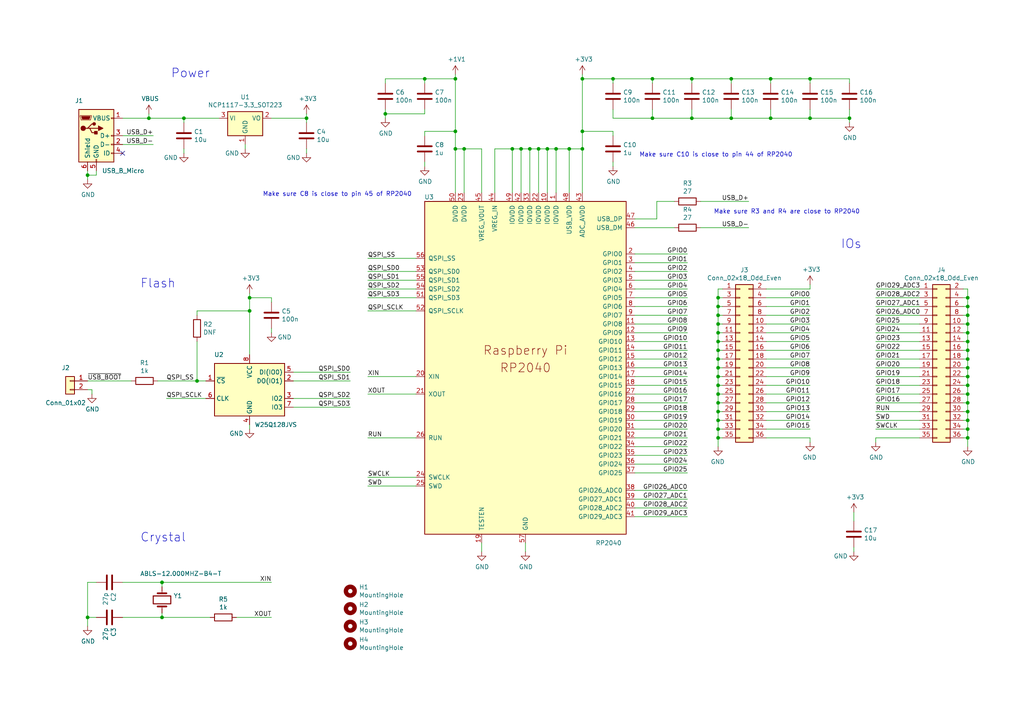
<source format=kicad_sch>
(kicad_sch (version 20230121) (generator eeschema)
  (paper "A4")
  (title_block (title "ECE406 Pressure Mat Interface PCB") (company "https://github.com/yoctometric/pressure-mat"))
  (lib_symbols
    (symbol "Connector_Generic:Conn_01x02" (pin_names (offset 1.016) hide)
      (property "Reference" "J" (at 0 2.54 0))
      (property "Value" "Conn_01x02" (at 0 -5.08 0))
      (symbol "Conn_01x02_1_1"
        (pin passive line (at -5.08 0 0) (length 3.81) (name "Pin_1") (number "1"))
        (pin passive line (at -5.08 -2.54 0) (length 3.81) (name "Pin_2") (number "2"))
      )
    )
    (symbol "Connector_Generic:Conn_02x18_Odd_Even" (pin_names (offset 1.016) hide)
      (property "Reference" "J" (at 1.27 22.86 0))
      (property "Value" "Conn_02x18_Odd_Even" (at 1.27 -25.4 0))
      (symbol "Conn_02x18_Odd_Even_1_1"
        (pin passive line (at -5.08 20.32 0) (length 3.81) (name "Pin_1") (number "1"))
        (pin passive line (at 7.62 10.16 180) (length 3.81) (name "Pin_10") (number "10"))
        (pin passive line (at -5.08 7.62 0) (length 3.81) (name "Pin_11") (number "11"))
        (pin passive line (at 7.62 7.62 180) (length 3.81) (name "Pin_12") (number "12"))
        (pin passive line (at -5.08 5.08 0) (length 3.81) (name "Pin_13") (number "13"))
        (pin passive line (at 7.62 5.08 180) (length 3.81) (name "Pin_14") (number "14"))
        (pin passive line (at -5.08 2.54 0) (length 3.81) (name "Pin_15") (number "15"))
        (pin passive line (at 7.62 2.54 180) (length 3.81) (name "Pin_16") (number "16"))
        (pin passive line (at -5.08 0 0) (length 3.81) (name "Pin_17") (number "17"))
        (pin passive line (at 7.62 0 180) (length 3.81) (name "Pin_18") (number "18"))
        (pin passive line (at -5.08 -2.54 0) (length 3.81) (name "Pin_19") (number "19"))
        (pin passive line (at 7.62 20.32 180) (length 3.81) (name "Pin_2") (number "2"))
        (pin passive line (at 7.62 -2.54 180) (length 3.81) (name "Pin_20") (number "20"))
        (pin passive line (at -5.08 -5.08 0) (length 3.81) (name "Pin_21") (number "21"))
        (pin passive line (at 7.62 -5.08 180) (length 3.81) (name "Pin_22") (number "22"))
        (pin passive line (at -5.08 -7.62 0) (length 3.81) (name "Pin_23") (number "23"))
        (pin passive line (at 7.62 -7.62 180) (length 3.81) (name "Pin_24") (number "24"))
        (pin passive line (at -5.08 -10.16 0) (length 3.81) (name "Pin_25") (number "25"))
        (pin passive line (at 7.62 -10.16 180) (length 3.81) (name "Pin_26") (number "26"))
        (pin passive line (at -5.08 -12.7 0) (length 3.81) (name "Pin_27") (number "27"))
        (pin passive line (at 7.62 -12.7 180) (length 3.81) (name "Pin_28") (number "28"))
        (pin passive line (at -5.08 -15.24 0) (length 3.81) (name "Pin_29") (number "29"))
        (pin passive line (at -5.08 17.78 0) (length 3.81) (name "Pin_3") (number "3"))
        (pin passive line (at 7.62 -15.24 180) (length 3.81) (name "Pin_30") (number "30"))
        (pin passive line (at -5.08 -17.78 0) (length 3.81) (name "Pin_31") (number "31"))
        (pin passive line (at 7.62 -17.78 180) (length 3.81) (name "Pin_32") (number "32"))
        (pin passive line (at -5.08 -20.32 0) (length 3.81) (name "Pin_33") (number "33"))
        (pin passive line (at 7.62 -20.32 180) (length 3.81) (name "Pin_34") (number "34"))
        (pin passive line (at -5.08 -22.86 0) (length 3.81) (name "Pin_35") (number "35"))
        (pin passive line (at 7.62 -22.86 180) (length 3.81) (name "Pin_36") (number "36"))
        (pin passive line (at 7.62 17.78 180) (length 3.81) (name "Pin_4") (number "4"))
        (pin passive line (at -5.08 15.24 0) (length 3.81) (name "Pin_5") (number "5"))
        (pin passive line (at 7.62 15.24 180) (length 3.81) (name "Pin_6") (number "6"))
        (pin passive line (at -5.08 12.7 0) (length 3.81) (name "Pin_7") (number "7"))
        (pin passive line (at 7.62 12.7 180) (length 3.81) (name "Pin_8") (number "8"))
        (pin passive line (at -5.08 10.16 0) (length 3.81) (name "Pin_9") (number "9"))
      )
    )
    (symbol "Device:C" (pin_numbers hide) (pin_names (offset 0.254))
      (property "Reference" "C" (at 0.635 2.54 0))
      (property "Value" "C" (at 0.635 -2.54 0))
      (symbol "C_1_1"
        (pin passive line (at 0 3.81 270) (length 2.794) (name "~") (number "1"))
        (pin passive line (at 0 -3.81 90) (length 2.794) (name "~") (number "2"))
      )
    )
    (symbol "Device:Crystal" (pin_numbers hide) (pin_names (offset 1.016) hide)
      (property "Reference" "Y" (at 0 3.81 0))
      (property "Value" "Crystal" (at 0 -3.81 0))
      (symbol "Crystal_1_1"
        (pin passive line (at -3.81 0 0) (length 1.27) (name "1") (number "1"))
        (pin passive line (at 3.81 0 180) (length 1.27) (name "2") (number "2"))
      )
    )
    (symbol "Device:R" (pin_numbers hide) (pin_names (offset 0))
      (property "Reference" "R" (at 2.032 0 90))
      (property "Value" "R" (at 0 0 90))
      (symbol "R_1_1"
        (pin passive line (at 0 3.81 270) (length 1.27) (name "~") (number "1"))
        (pin passive line (at 0 -3.81 90) (length 1.27) (name "~") (number "2"))
      )
    )
    (symbol "MCU_RaspberryPi_RP2040:RP2040" (pin_names (offset 1.016))
      (property "Reference" "U" (at -29.21 49.53 0))
      (property "Value" "RP2040" (at 24.13 -49.53 0))
      (symbol "RP2040_0_0"
        (text "Raspberry Pi" (at 0 5.08 0) (effects (font (size 2.54 2.54))))
        (text "RP2040" (at 0 0 0) (effects (font (size 2.54 2.54))))
      )
      (symbol "RP2040_1_1"
        (pin power_in line (at 8.89 50.8 270) (length 2.54) (name "IOVDD") (number "1"))
        (pin power_in line (at 6.35 50.8 270) (length 2.54) (name "IOVDD") (number "10"))
        (pin bidirectional line (at 31.75 12.7 180) (length 2.54) (name "GPIO8") (number "11"))
        (pin bidirectional line (at 31.75 10.16 180) (length 2.54) (name "GPIO9") (number "12"))
        (pin bidirectional line (at 31.75 7.62 180) (length 2.54) (name "GPIO10") (number "13"))
        (pin bidirectional line (at 31.75 5.08 180) (length 2.54) (name "GPIO11") (number "14"))
        (pin bidirectional line (at 31.75 2.54 180) (length 2.54) (name "GPIO12") (number "15"))
        (pin bidirectional line (at 31.75 0 180) (length 2.54) (name "GPIO13") (number "16"))
        (pin bidirectional line (at 31.75 -2.54 180) (length 2.54) (name "GPIO14") (number "17"))
        (pin bidirectional line (at 31.75 -5.08 180) (length 2.54) (name "GPIO15") (number "18"))
        (pin passive line (at -12.7 -50.8 90) (length 2.54) (name "TESTEN") (number "19"))
        (pin bidirectional line (at 31.75 33.02 180) (length 2.54) (name "GPIO0") (number "2"))
        (pin input line (at -31.75 -2.54 0) (length 2.54) (name "XIN") (number "20"))
        (pin passive line (at -31.75 -7.62 0) (length 2.54) (name "XOUT") (number "21"))
        (pin power_in line (at 3.81 50.8 270) (length 2.54) (name "IOVDD") (number "22"))
        (pin power_in line (at -17.78 50.8 270) (length 2.54) (name "DVDD") (number "23"))
        (pin output line (at -31.75 -31.75 0) (length 2.54) (name "SWCLK") (number "24"))
        (pin bidirectional line (at -31.75 -34.29 0) (length 2.54) (name "SWD") (number "25"))
        (pin input line (at -31.75 -20.32 0) (length 2.54) (name "RUN") (number "26"))
        (pin bidirectional line (at 31.75 -7.62 180) (length 2.54) (name "GPIO16") (number "27"))
        (pin bidirectional line (at 31.75 -10.16 180) (length 2.54) (name "GPIO17") (number "28"))
        (pin bidirectional line (at 31.75 -12.7 180) (length 2.54) (name "GPIO18") (number "29"))
        (pin bidirectional line (at 31.75 30.48 180) (length 2.54) (name "GPIO1") (number "3"))
        (pin bidirectional line (at 31.75 -15.24 180) (length 2.54) (name "GPIO19") (number "30"))
        (pin bidirectional line (at 31.75 -17.78 180) (length 2.54) (name "GPIO20") (number "31"))
        (pin bidirectional line (at 31.75 -20.32 180) (length 2.54) (name "GPIO21") (number "32"))
        (pin power_in line (at 1.27 50.8 270) (length 2.54) (name "IOVDD") (number "33"))
        (pin bidirectional line (at 31.75 -22.86 180) (length 2.54) (name "GPIO22") (number "34"))
        (pin bidirectional line (at 31.75 -25.4 180) (length 2.54) (name "GPIO23") (number "35"))
        (pin bidirectional line (at 31.75 -27.94 180) (length 2.54) (name "GPIO24") (number "36"))
        (pin bidirectional line (at 31.75 -30.48 180) (length 2.54) (name "GPIO25") (number "37"))
        (pin bidirectional line (at 31.75 -35.56 180) (length 2.54) (name "GPIO26_ADC0") (number "38"))
        (pin bidirectional line (at 31.75 -38.1 180) (length 2.54) (name "GPIO27_ADC1") (number "39"))
        (pin bidirectional line (at 31.75 27.94 180) (length 2.54) (name "GPIO2") (number "4"))
        (pin bidirectional line (at 31.75 -40.64 180) (length 2.54) (name "GPIO28_ADC2") (number "40"))
        (pin bidirectional line (at 31.75 -43.18 180) (length 2.54) (name "GPIO29_ADC3") (number "41"))
        (pin power_in line (at -1.27 50.8 270) (length 2.54) (name "IOVDD") (number "42"))
        (pin power_in line (at 16.51 50.8 270) (length 2.54) (name "ADC_AVDD") (number "43"))
        (pin power_in line (at -8.89 50.8 270) (length 2.54) (name "VREG_IN") (number "44"))
        (pin power_out line (at -12.7 50.8 270) (length 2.54) (name "VREG_VOUT") (number "45"))
        (pin bidirectional line (at 31.75 40.64 180) (length 2.54) (name "USB_DM") (number "46"))
        (pin bidirectional line (at 31.75 43.18 180) (length 2.54) (name "USB_DP") (number "47"))
        (pin power_in line (at 12.7 50.8 270) (length 2.54) (name "USB_VDD") (number "48"))
        (pin power_in line (at -3.81 50.8 270) (length 2.54) (name "IOVDD") (number "49"))
        (pin bidirectional line (at 31.75 25.4 180) (length 2.54) (name "GPIO3") (number "5"))
        (pin power_in line (at -20.32 50.8 270) (length 2.54) (name "DVDD") (number "50"))
        (pin bidirectional line (at -31.75 20.32 0) (length 2.54) (name "QSPI_SD3") (number "51"))
        (pin output line (at -31.75 16.51 0) (length 2.54) (name "QSPI_SCLK") (number "52"))
        (pin bidirectional line (at -31.75 27.94 0) (length 2.54) (name "QSPI_SD0") (number "53"))
        (pin bidirectional line (at -31.75 22.86 0) (length 2.54) (name "QSPI_SD2") (number "54"))
        (pin bidirectional line (at -31.75 25.4 0) (length 2.54) (name "QSPI_SD1") (number "55"))
        (pin bidirectional line (at -31.75 31.75 0) (length 2.54) (name "QSPI_SS") (number "56"))
        (pin power_in line (at 0 -50.8 90) (length 2.54) (name "GND") (number "57"))
        (pin bidirectional line (at 31.75 22.86 180) (length 2.54) (name "GPIO4") (number "6"))
        (pin bidirectional line (at 31.75 20.32 180) (length 2.54) (name "GPIO5") (number "7"))
        (pin bidirectional line (at 31.75 17.78 180) (length 2.54) (name "GPIO6") (number "8"))
        (pin bidirectional line (at 31.75 15.24 180) (length 2.54) (name "GPIO7") (number "9"))
      )
    )
    (symbol "Mechanical:MountingHole" (pin_names (offset 1.016))
      (property "Reference" "H" (at 0 5.08 0))
      (property "Value" "MountingHole" (at 0 3.175 0))
    )
    (symbol "RP2040_minimal-rescue:USB_B_Micro-Connector" (pin_names (offset 1.016))
      (property "Reference" "J" (at -5.08 11.43 0))
      (property "Value" "Connector_USB_B_Micro" (at -5.08 8.89 0))
      (symbol "USB_B_Micro-Connector_1_1"
        (pin power_out line (at 7.62 5.08 180) (length 2.54) (name "VBUS") (number "1"))
        (pin passive line (at 7.62 -2.54 180) (length 2.54) (name "D-") (number "2"))
        (pin passive line (at 7.62 0 180) (length 2.54) (name "D+") (number "3"))
        (pin passive line (at 7.62 -5.08 180) (length 2.54) (name "ID") (number "4"))
        (pin power_out line (at 0 -10.16 90) (length 2.54) (name "GND") (number "5"))
        (pin passive line (at -2.54 -10.16 90) (length 2.54) (name "Shield") (number "6"))
      )
    )
    (symbol "RP2040_minimal-rescue:W25Q128JVS-Memory_Flash"
      (property "Reference" "U" (at -8.89 8.89 0))
      (property "Value" "Memory_Flash_W25Q128JVS" (at 7.62 8.89 0))
      (symbol "W25Q128JVS-Memory_Flash_1_1"
        (pin input line (at -12.7 2.54 0) (length 2.54) (name "~{CS}") (number "1"))
        (pin bidirectional line (at 12.7 2.54 180) (length 2.54) (name "DO(IO1)") (number "2"))
        (pin bidirectional line (at 12.7 -2.54 180) (length 2.54) (name "IO2") (number "3"))
        (pin power_in line (at 0 -10.16 90) (length 2.54) (name "GND") (number "4"))
        (pin bidirectional line (at 12.7 5.08 180) (length 2.54) (name "DI(IO0)") (number "5"))
        (pin input line (at -12.7 -2.54 0) (length 2.54) (name "CLK") (number "6"))
        (pin bidirectional line (at 12.7 -5.08 180) (length 2.54) (name "IO3") (number "7"))
        (pin power_in line (at 0 10.16 270) (length 2.54) (name "VCC") (number "8"))
      )
    )
    (symbol "Regulator_Linear:NCP1117-3.3_SOT223"
      (property "Reference" "U" (at -3.81 3.175 0))
      (property "Value" "NCP1117-3.3_SOT223" (at 0 3.175 0))
      (symbol "NCP1117-3.3_SOT223_1_1"
        (pin power_in line (at 0 -7.62 90) (length 2.54) (name "GND") (number "1"))
        (pin power_out line (at 7.62 0 180) (length 2.54) (name "VO") (number "2"))
        (pin power_in line (at -7.62 0 0) (length 2.54) (name "VI") (number "3"))
      )
    )
    (symbol "power:+1V1" (power) (pin_names (offset 0))
      (property "Value" "+1V1" (at 0 3.556 0))
      (symbol "+1V1_1_1"
        (pin power_in line (at 0 0 90) (length 0) hide (name "+1V1") (number "1"))
      )
    )
    (symbol "power:+3V3" (power) (pin_names (offset 0))
      (property "Value" "+3V3" (at 0 3.556 0))
      (symbol "+3V3_1_1"
        (pin power_in line (at 0 0 90) (length 0) hide (name "+3V3") (number "1"))
      )
    )
    (symbol "power:GND" (power) (pin_names (offset 0))
      (property "Value" "GND" (at 0 -3.81 0))
      (symbol "GND_1_1"
        (pin power_in line (at 0 0 270) (length 0) hide (name "GND") (number "1"))
      )
    )
    (symbol "power:VBUS" (power) (pin_names (offset 0))
      (property "Value" "VBUS" (at 0 3.81 0))
      (symbol "VBUS_1_1"
        (pin power_in line (at 0 0 90) (length 0) hide (name "VBUS") (number "1"))
      )
    )
  )
  (junction (at 280.67 109.22))
  (junction (at 168.91 43.18))
  (junction (at 280.67 88.9))
  (junction (at 208.28 91.44))
  (junction (at 158.75 43.18))
  (junction (at 208.28 86.36))
  (junction (at 280.67 86.36))
  (junction (at 25.4 50.8))
  (junction (at 208.28 99.06))
  (junction (at 200.66 22.86))
  (junction (at 208.28 119.38))
  (junction (at 208.28 106.68))
  (junction (at 208.28 116.84))
  (junction (at 208.28 124.46))
  (junction (at 280.67 101.6))
  (junction (at 208.28 111.76))
  (junction (at 134.62 43.18))
  (junction (at 123.19 22.86))
  (junction (at 72.39 86.36))
  (junction (at 280.67 99.06))
  (junction (at 212.09 22.86))
  (junction (at 151.13 43.18))
  (junction (at 246.38 34.29))
  (junction (at 280.67 111.76))
  (junction (at 280.67 119.38))
  (junction (at 280.67 106.68))
  (junction (at 280.67 127))
  (junction (at 212.09 34.29))
  (junction (at 132.08 43.18))
  (junction (at 280.67 104.14))
  (junction (at 168.91 38.1))
  (junction (at 280.67 96.52))
  (junction (at 208.28 96.52))
  (junction (at 53.34 34.29))
  (junction (at 161.29 43.18))
  (junction (at 189.23 34.29))
  (junction (at 57.15 110.49))
  (junction (at 153.67 43.18))
  (junction (at 72.39 90.17))
  (junction (at 148.59 43.18))
  (junction (at 280.67 121.92))
  (junction (at 208.28 127))
  (junction (at 132.08 22.86))
  (junction (at 156.21 43.18))
  (junction (at 189.23 22.86))
  (junction (at 165.1 43.18))
  (junction (at 132.08 38.1))
  (junction (at 208.28 109.22))
  (junction (at 208.28 104.14))
  (junction (at 177.8 22.86))
  (junction (at 223.52 22.86))
  (junction (at 25.4 179.07))
  (junction (at 168.91 22.86))
  (junction (at 208.28 93.98))
  (junction (at 280.67 116.84))
  (junction (at 208.28 114.3))
  (junction (at 280.67 93.98))
  (junction (at 43.18 34.29))
  (junction (at 46.99 179.07))
  (junction (at 46.99 168.91))
  (junction (at 280.67 124.46))
  (junction (at 223.52 34.29))
  (junction (at 88.9 34.29))
  (junction (at 200.66 34.29))
  (junction (at 280.67 91.44))
  (junction (at 280.67 114.3))
  (junction (at 208.28 88.9))
  (junction (at 208.28 121.92))
  (junction (at 234.95 22.86))
  (junction (at 208.28 101.6))
  (junction (at 234.95 34.29))
  (junction (at 111.76 33.02))
  (no_connect (at 35.56 44.45))
  (wire (pts (xy 234.95 116.84) (xy 222.25 116.84)))
  (wire (pts (xy 27.94 168.91) (xy 25.4 168.91)))
  (wire (pts (xy 132.08 43.18) (xy 132.08 55.88)))
  (wire (pts (xy 57.15 90.17) (xy 72.39 90.17)))
  (wire (pts (xy 234.95 34.29) (xy 223.52 34.29)))
  (wire (pts (xy 212.09 31.75) (xy 212.09 34.29)))
  (wire (pts (xy 161.29 43.18) (xy 165.1 43.18)))
  (wire (pts (xy 46.99 170.18) (xy 46.99 168.91)))
  (wire (pts (xy 254 127) (xy 266.7 127)))
  (wire (pts (xy 106.68 86.36) (xy 120.65 86.36)))
  (wire (pts (xy 143.51 43.18) (xy 148.59 43.18)))
  (wire (pts (xy 279.4 119.38) (xy 280.67 119.38)))
  (wire (pts (xy 279.4 101.6) (xy 280.67 101.6)))
  (wire (pts (xy 223.52 31.75) (xy 223.52 34.29)))
  (wire (pts (xy 234.95 93.98) (xy 222.25 93.98)))
  (wire (pts (xy 88.9 43.18) (xy 88.9 44.45)))
  (wire (pts (xy 78.74 95.25) (xy 78.74 96.52)))
  (wire (pts (xy 279.4 91.44) (xy 280.67 91.44)))
  (wire (pts (xy 208.28 119.38) (xy 208.28 121.92)))
  (wire (pts (xy 209.55 116.84) (xy 208.28 116.84)))
  (wire (pts (xy 177.8 39.37) (xy 177.8 38.1)))
  (wire (pts (xy 200.66 31.75) (xy 200.66 34.29)))
  (wire (pts (xy 184.15 132.08) (xy 199.39 132.08)))
  (wire (pts (xy 161.29 43.18) (xy 161.29 55.88)))
  (wire (pts (xy 134.62 43.18) (xy 132.08 43.18)))
  (wire (pts (xy 234.95 101.6) (xy 222.25 101.6)))
  (wire (pts (xy 184.15 147.32) (xy 199.39 147.32)))
  (wire (pts (xy 48.26 115.57) (xy 59.69 115.57)))
  (wire (pts (xy 106.68 109.22) (xy 120.65 109.22)))
  (wire (pts (xy 153.67 55.88) (xy 153.67 43.18)))
  (wire (pts (xy 85.09 110.49) (xy 101.6 110.49)))
  (wire (pts (xy 139.7 55.88) (xy 139.7 43.18)))
  (wire (pts (xy 156.21 43.18) (xy 158.75 43.18)))
  (wire (pts (xy 46.99 177.8) (xy 46.99 179.07)))
  (wire (pts (xy 223.52 24.13) (xy 223.52 22.86)))
  (wire (pts (xy 184.15 78.74) (xy 199.39 78.74)))
  (wire (pts (xy 57.15 91.44) (xy 57.15 90.17)))
  (wire (pts (xy 148.59 43.18) (xy 151.13 43.18)))
  (wire (pts (xy 208.28 114.3) (xy 208.28 116.84)))
  (wire (pts (xy 25.4 168.91) (xy 25.4 179.07)))
  (wire (pts (xy 111.76 24.13) (xy 111.76 22.86)))
  (wire (pts (xy 120.65 114.3) (xy 106.68 114.3)))
  (wire (pts (xy 208.28 99.06) (xy 208.28 101.6)))
  (wire (pts (xy 27.94 50.8) (xy 25.4 50.8)))
  (wire (pts (xy 280.67 86.36) (xy 280.67 88.9)))
  (wire (pts (xy 132.08 38.1) (xy 132.08 43.18)))
  (wire (pts (xy 139.7 157.48) (xy 139.7 160.02)))
  (wire (pts (xy 63.5 34.29) (xy 53.34 34.29)))
  (wire (pts (xy 234.95 111.76) (xy 222.25 111.76)))
  (wire (pts (xy 266.7 96.52) (xy 254 96.52)))
  (wire (pts (xy 234.95 104.14) (xy 222.25 104.14)))
  (wire (pts (xy 212.09 22.86) (xy 223.52 22.86)))
  (wire (pts (xy 234.95 83.82) (xy 234.95 82.55)))
  (wire (pts (xy 208.28 86.36) (xy 208.28 88.9)))
  (wire (pts (xy 85.09 115.57) (xy 101.6 115.57)))
  (wire (pts (xy 209.55 121.92) (xy 208.28 121.92)))
  (wire (pts (xy 184.15 86.36) (xy 199.39 86.36)))
  (wire (pts (xy 184.15 114.3) (xy 199.39 114.3)))
  (wire (pts (xy 266.7 83.82) (xy 254 83.82)))
  (wire (pts (xy 266.7 106.68) (xy 254 106.68)))
  (wire (pts (xy 184.15 66.04) (xy 195.58 66.04)))
  (wire (pts (xy 280.67 91.44) (xy 280.67 93.98)))
  (wire (pts (xy 234.95 121.92) (xy 222.25 121.92)))
  (wire (pts (xy 208.28 127) (xy 208.28 129.54)))
  (wire (pts (xy 153.67 43.18) (xy 156.21 43.18)))
  (wire (pts (xy 208.28 116.84) (xy 208.28 119.38)))
  (wire (pts (xy 184.15 111.76) (xy 199.39 111.76)))
  (wire (pts (xy 123.19 33.02) (xy 123.19 31.75)))
  (wire (pts (xy 184.15 124.46) (xy 199.39 124.46)))
  (wire (pts (xy 200.66 22.86) (xy 212.09 22.86)))
  (wire (pts (xy 266.7 93.98) (xy 254 93.98)))
  (wire (pts (xy 234.95 99.06) (xy 222.25 99.06)))
  (wire (pts (xy 209.55 99.06) (xy 208.28 99.06)))
  (wire (pts (xy 120.65 74.93) (xy 106.68 74.93)))
  (wire (pts (xy 25.4 179.07) (xy 25.4 181.61)))
  (wire (pts (xy 123.19 39.37) (xy 123.19 38.1)))
  (wire (pts (xy 234.95 24.13) (xy 234.95 22.86)))
  (wire (pts (xy 168.91 38.1) (xy 177.8 38.1)))
  (wire (pts (xy 132.08 21.59) (xy 132.08 22.86)))
  (wire (pts (xy 85.09 118.11) (xy 101.6 118.11)))
  (wire (pts (xy 208.28 104.14) (xy 208.28 106.68)))
  (wire (pts (xy 246.38 31.75) (xy 246.38 34.29)))
  (wire (pts (xy 38.1 110.49) (xy 25.4 110.49)))
  (wire (pts (xy 208.28 111.76) (xy 208.28 114.3)))
  (wire (pts (xy 266.7 86.36) (xy 254 86.36)))
  (wire (pts (xy 234.95 96.52) (xy 222.25 96.52)))
  (wire (pts (xy 123.19 38.1) (xy 132.08 38.1)))
  (wire (pts (xy 234.95 34.29) (xy 246.38 34.29)))
  (wire (pts (xy 120.65 90.17) (xy 106.68 90.17)))
  (wire (pts (xy 123.19 22.86) (xy 132.08 22.86)))
  (wire (pts (xy 266.7 99.06) (xy 254 99.06)))
  (wire (pts (xy 111.76 31.75) (xy 111.76 33.02)))
  (wire (pts (xy 57.15 110.49) (xy 59.69 110.49)))
  (wire (pts (xy 184.15 119.38) (xy 199.39 119.38)))
  (wire (pts (xy 184.15 127) (xy 199.39 127)))
  (wire (pts (xy 279.4 86.36) (xy 280.67 86.36)))
  (wire (pts (xy 208.28 106.68) (xy 208.28 109.22)))
  (wire (pts (xy 279.4 96.52) (xy 280.67 96.52)))
  (wire (pts (xy 72.39 85.09) (xy 72.39 86.36)))
  (wire (pts (xy 209.55 96.52) (xy 208.28 96.52)))
  (wire (pts (xy 184.15 129.54) (xy 199.39 129.54)))
  (wire (pts (xy 184.15 76.2) (xy 199.39 76.2)))
  (wire (pts (xy 280.67 83.82) (xy 280.67 86.36)))
  (wire (pts (xy 280.67 104.14) (xy 280.67 106.68)))
  (wire (pts (xy 279.4 88.9) (xy 280.67 88.9)))
  (wire (pts (xy 234.95 127) (xy 222.25 127)))
  (wire (pts (xy 158.75 55.88) (xy 158.75 43.18)))
  (wire (pts (xy 184.15 106.68) (xy 199.39 106.68)))
  (wire (pts (xy 223.52 22.86) (xy 234.95 22.86)))
  (wire (pts (xy 123.19 24.13) (xy 123.19 22.86)))
  (wire (pts (xy 234.95 119.38) (xy 222.25 119.38)))
  (wire (pts (xy 234.95 124.46) (xy 222.25 124.46)))
  (wire (pts (xy 266.7 121.92) (xy 254 121.92)))
  (wire (pts (xy 123.19 46.99) (xy 123.19 48.26)))
  (wire (pts (xy 279.4 116.84) (xy 280.67 116.84)))
  (wire (pts (xy 247.65 148.59) (xy 247.65 151.13)))
  (wire (pts (xy 168.91 43.18) (xy 168.91 55.88)))
  (wire (pts (xy 106.68 83.82) (xy 120.65 83.82)))
  (wire (pts (xy 132.08 22.86) (xy 132.08 38.1)))
  (wire (pts (xy 165.1 43.18) (xy 168.91 43.18)))
  (wire (pts (xy 279.4 99.06) (xy 280.67 99.06)))
  (wire (pts (xy 151.13 43.18) (xy 153.67 43.18)))
  (wire (pts (xy 209.55 111.76) (xy 208.28 111.76)))
  (wire (pts (xy 280.67 88.9) (xy 280.67 91.44)))
  (wire (pts (xy 279.4 104.14) (xy 280.67 104.14)))
  (wire (pts (xy 279.4 93.98) (xy 280.67 93.98)))
  (wire (pts (xy 85.09 107.95) (xy 101.6 107.95)))
  (wire (pts (xy 72.39 123.19) (xy 72.39 124.46)))
  (wire (pts (xy 35.56 34.29) (xy 43.18 34.29)))
  (wire (pts (xy 247.65 158.75) (xy 247.65 160.02)))
  (wire (pts (xy 158.75 43.18) (xy 161.29 43.18)))
  (wire (pts (xy 209.55 109.22) (xy 208.28 109.22)))
  (wire (pts (xy 106.68 81.28) (xy 120.65 81.28)))
  (wire (pts (xy 266.7 109.22) (xy 254 109.22)))
  (wire (pts (xy 184.15 144.78) (xy 199.39 144.78)))
  (wire (pts (xy 189.23 24.13) (xy 189.23 22.86)))
  (wire (pts (xy 184.15 101.6) (xy 199.39 101.6)))
  (wire (pts (xy 120.65 127) (xy 106.68 127)))
  (wire (pts (xy 184.15 96.52) (xy 199.39 96.52)))
  (wire (pts (xy 184.15 88.9) (xy 199.39 88.9)))
  (wire (pts (xy 234.95 31.75) (xy 234.95 34.29)))
  (wire (pts (xy 209.55 106.68) (xy 208.28 106.68)))
  (wire (pts (xy 279.4 83.82) (xy 280.67 83.82)))
  (wire (pts (xy 184.15 83.82) (xy 199.39 83.82)))
  (wire (pts (xy 209.55 119.38) (xy 208.28 119.38)))
  (wire (pts (xy 143.51 55.88) (xy 143.51 43.18)))
  (wire (pts (xy 184.15 63.5) (xy 190.5 63.5)))
  (wire (pts (xy 53.34 43.18) (xy 53.34 44.45)))
  (wire (pts (xy 279.4 114.3) (xy 280.67 114.3)))
  (wire (pts (xy 184.15 104.14) (xy 199.39 104.14)))
  (wire (pts (xy 27.94 49.53) (xy 27.94 50.8)))
  (wire (pts (xy 184.15 116.84) (xy 199.39 116.84)))
  (wire (pts (xy 280.67 93.98) (xy 280.67 96.52)))
  (wire (pts (xy 208.28 93.98) (xy 208.28 96.52)))
  (wire (pts (xy 280.67 124.46) (xy 280.67 127)))
  (wire (pts (xy 279.4 127) (xy 280.67 127)))
  (wire (pts (xy 223.52 34.29) (xy 212.09 34.29)))
  (wire (pts (xy 280.67 106.68) (xy 280.67 109.22)))
  (wire (pts (xy 209.55 93.98) (xy 208.28 93.98)))
  (wire (pts (xy 46.99 168.91) (xy 78.74 168.91)))
  (wire (pts (xy 209.55 91.44) (xy 208.28 91.44)))
  (wire (pts (xy 209.55 127) (xy 208.28 127)))
  (wire (pts (xy 279.4 106.68) (xy 280.67 106.68)))
  (wire (pts (xy 120.65 138.43) (xy 106.68 138.43)))
  (wire (pts (xy 266.7 101.6) (xy 254 101.6)))
  (wire (pts (xy 177.8 31.75) (xy 177.8 34.29)))
  (wire (pts (xy 78.74 34.29) (xy 88.9 34.29)))
  (wire (pts (xy 184.15 91.44) (xy 199.39 91.44)))
  (wire (pts (xy 35.56 39.37) (xy 44.45 39.37)))
  (wire (pts (xy 111.76 33.02) (xy 123.19 33.02)))
  (wire (pts (xy 266.7 114.3) (xy 254 114.3)))
  (wire (pts (xy 279.4 109.22) (xy 280.67 109.22)))
  (wire (pts (xy 280.67 109.22) (xy 280.67 111.76)))
  (wire (pts (xy 184.15 137.16) (xy 199.39 137.16)))
  (wire (pts (xy 26.67 113.03) (xy 26.67 114.3)))
  (wire (pts (xy 27.94 179.07) (xy 25.4 179.07)))
  (wire (pts (xy 280.67 121.92) (xy 280.67 124.46)))
  (wire (pts (xy 151.13 55.88) (xy 151.13 43.18)))
  (wire (pts (xy 234.95 22.86) (xy 246.38 22.86)))
  (wire (pts (xy 57.15 99.06) (xy 57.15 110.49)))
  (wire (pts (xy 280.67 116.84) (xy 280.67 119.38)))
  (wire (pts (xy 234.95 88.9) (xy 222.25 88.9)))
  (wire (pts (xy 35.56 41.91) (xy 44.45 41.91)))
  (wire (pts (xy 200.66 24.13) (xy 200.66 22.86)))
  (wire (pts (xy 203.2 66.04) (xy 217.17 66.04)))
  (wire (pts (xy 184.15 109.22) (xy 199.39 109.22)))
  (wire (pts (xy 189.23 31.75) (xy 189.23 34.29)))
  (wire (pts (xy 177.8 46.99) (xy 177.8 48.26)))
  (wire (pts (xy 208.28 109.22) (xy 208.28 111.76)))
  (wire (pts (xy 208.28 101.6) (xy 208.28 104.14)))
  (wire (pts (xy 184.15 121.92) (xy 199.39 121.92)))
  (wire (pts (xy 208.28 88.9) (xy 208.28 91.44)))
  (wire (pts (xy 190.5 58.42) (xy 195.58 58.42)))
  (wire (pts (xy 156.21 55.88) (xy 156.21 43.18)))
  (wire (pts (xy 246.38 24.13) (xy 246.38 22.86)))
  (wire (pts (xy 68.58 179.07) (xy 78.74 179.07)))
  (wire (pts (xy 78.74 86.36) (xy 72.39 86.36)))
  (wire (pts (xy 279.4 121.92) (xy 280.67 121.92)))
  (wire (pts (xy 234.95 114.3) (xy 222.25 114.3)))
  (wire (pts (xy 189.23 22.86) (xy 200.66 22.86)))
  (wire (pts (xy 177.8 22.86) (xy 189.23 22.86)))
  (wire (pts (xy 184.15 81.28) (xy 199.39 81.28)))
  (wire (pts (xy 184.15 73.66) (xy 199.39 73.66)))
  (wire (pts (xy 25.4 50.8) (xy 25.4 52.07)))
  (wire (pts (xy 209.55 88.9) (xy 208.28 88.9)))
  (wire (pts (xy 148.59 55.88) (xy 148.59 43.18)))
  (wire (pts (xy 246.38 34.29) (xy 246.38 35.56)))
  (wire (pts (xy 280.67 119.38) (xy 280.67 121.92)))
  (wire (pts (xy 280.67 96.52) (xy 280.67 99.06)))
  (wire (pts (xy 209.55 104.14) (xy 208.28 104.14)))
  (wire (pts (xy 212.09 24.13) (xy 212.09 22.86)))
  (wire (pts (xy 209.55 83.82) (xy 208.28 83.82)))
  (wire (pts (xy 234.95 106.68) (xy 222.25 106.68)))
  (wire (pts (xy 43.18 33.02) (xy 43.18 34.29)))
  (wire (pts (xy 177.8 24.13) (xy 177.8 22.86)))
  (wire (pts (xy 88.9 34.29) (xy 88.9 33.02)))
  (wire (pts (xy 208.28 83.82) (xy 208.28 86.36)))
  (wire (pts (xy 208.28 124.46) (xy 208.28 127)))
  (wire (pts (xy 25.4 113.03) (xy 26.67 113.03)))
  (wire (pts (xy 280.67 99.06) (xy 280.67 101.6)))
  (wire (pts (xy 200.66 34.29) (xy 189.23 34.29)))
  (wire (pts (xy 152.4 157.48) (xy 152.4 160.02)))
  (wire (pts (xy 212.09 34.29) (xy 200.66 34.29)))
  (wire (pts (xy 234.95 128.27) (xy 234.95 127)))
  (wire (pts (xy 234.95 91.44) (xy 222.25 91.44)))
  (wire (pts (xy 184.15 142.24) (xy 199.39 142.24)))
  (wire (pts (xy 266.7 119.38) (xy 254 119.38)))
  (wire (pts (xy 168.91 22.86) (xy 168.91 38.1)))
  (wire (pts (xy 280.67 101.6) (xy 280.67 104.14)))
  (wire (pts (xy 209.55 101.6) (xy 208.28 101.6)))
  (wire (pts (xy 234.95 86.36) (xy 222.25 86.36)))
  (wire (pts (xy 208.28 96.52) (xy 208.28 99.06)))
  (wire (pts (xy 190.5 58.42) (xy 190.5 63.5)))
  (wire (pts (xy 266.7 91.44) (xy 254 91.44)))
  (wire (pts (xy 266.7 104.14) (xy 254 104.14)))
  (wire (pts (xy 46.99 179.07) (xy 60.96 179.07)))
  (wire (pts (xy 78.74 87.63) (xy 78.74 86.36)))
  (wire (pts (xy 35.56 179.07) (xy 46.99 179.07)))
  (wire (pts (xy 234.95 83.82) (xy 222.25 83.82)))
  (wire (pts (xy 45.72 110.49) (xy 57.15 110.49)))
  (wire (pts (xy 209.55 114.3) (xy 208.28 114.3)))
  (wire (pts (xy 184.15 134.62) (xy 199.39 134.62)))
  (wire (pts (xy 134.62 55.88) (xy 134.62 43.18)))
  (wire (pts (xy 279.4 124.46) (xy 280.67 124.46)))
  (wire (pts (xy 111.76 22.86) (xy 123.19 22.86)))
  (wire (pts (xy 189.23 34.29) (xy 177.8 34.29)))
  (wire (pts (xy 208.28 121.92) (xy 208.28 124.46)))
  (wire (pts (xy 43.18 34.29) (xy 53.34 34.29)))
  (wire (pts (xy 266.7 116.84) (xy 254 116.84)))
  (wire (pts (xy 209.55 86.36) (xy 208.28 86.36)))
  (wire (pts (xy 266.7 88.9) (xy 254 88.9)))
  (wire (pts (xy 168.91 21.59) (xy 168.91 22.86)))
  (wire (pts (xy 165.1 55.88) (xy 165.1 43.18)))
  (wire (pts (xy 72.39 90.17) (xy 72.39 102.87)))
  (wire (pts (xy 53.34 35.56) (xy 53.34 34.29)))
  (wire (pts (xy 71.12 41.91) (xy 71.12 43.18)))
  (wire (pts (xy 203.2 58.42) (xy 217.17 58.42)))
  (wire (pts (xy 254 128.27) (xy 254 127)))
  (wire (pts (xy 106.68 78.74) (xy 120.65 78.74)))
  (wire (pts (xy 208.28 91.44) (xy 208.28 93.98)))
  (wire (pts (xy 184.15 93.98) (xy 199.39 93.98)))
  (wire (pts (xy 184.15 149.86) (xy 199.39 149.86)))
  (wire (pts (xy 266.7 111.76) (xy 254 111.76)))
  (wire (pts (xy 25.4 49.53) (xy 25.4 50.8)))
  (wire (pts (xy 139.7 43.18) (xy 134.62 43.18)))
  (wire (pts (xy 168.91 22.86) (xy 177.8 22.86)))
  (wire (pts (xy 88.9 35.56) (xy 88.9 34.29)))
  (wire (pts (xy 280.67 111.76) (xy 280.67 114.3)))
  (wire (pts (xy 184.15 99.06) (xy 199.39 99.06)))
  (wire (pts (xy 72.39 86.36) (xy 72.39 90.17)))
  (wire (pts (xy 234.95 109.22) (xy 222.25 109.22)))
  (wire (pts (xy 111.76 33.02) (xy 111.76 34.29)))
  (wire (pts (xy 209.55 124.46) (xy 208.28 124.46)))
  (wire (pts (xy 280.67 114.3) (xy 280.67 116.84)))
  (wire (pts (xy 266.7 124.46) (xy 254 124.46)))
  (wire (pts (xy 168.91 38.1) (xy 168.91 43.18)))
  (wire (pts (xy 35.56 168.91) (xy 46.99 168.91)))
  (wire (pts (xy 279.4 111.76) (xy 280.67 111.76)))
  (wire (pts (xy 120.65 140.97) (xy 106.68 140.97)))
  (wire (pts (xy 280.67 127) (xy 280.67 129.54)))
  (text "Flash" (at 40.64 83.82 0) (effects (font (size 2.54 2.54)) (justify left bottom)))
  (text "Power" (at 49.53 22.86 0) (effects (font (size 2.54 2.54)) (justify left bottom)))
  (text "IOs" (at 243.84 72.39 0) (effects (font (size 2.54 2.54)) (justify left bottom)))
  (text "Make sure C8 is close to pin 45 of RP2040" (at 76.2 57.15 0) (effects (font (size 1.27 1.27)) (justify left bottom)))
  (text "Make sure C10 is close to pin 44 of RP2040" (at 185.42 45.72 0) (effects (font (size 1.27 1.27)) (justify left bottom)))
  (text "Make sure R3 and R4 are close to RP2040" (at 207.01 62.23 0) (effects (font (size 1.27 1.27)) (justify left bottom)))
  (text "Crystal" (at 40.64 157.48 0) (effects (font (size 2.54 2.54)) (justify left bottom)))
  (label "SWD" (at 254 121.92 0))
  (label "GPIO16" (at 199.39 114.3 180))
  (label "SWCLK" (at 106.68 138.43 0))
  (label "GPIO12" (at 234.95 116.84 180))
  (label "GPIO11" (at 234.95 114.3 180))
  (label "GPIO18" (at 199.39 119.38 180))
  (label "GPIO18" (at 254 111.76 0))
  (label "GPIO14" (at 234.95 121.92 180))
  (label "GPIO27_ADC1" (at 199.39 144.78 180))
  (label "GPIO21" (at 254 104.14 0))
  (label "GPIO26_ADC0" (at 254 91.44 0))
  (label "GPIO24" (at 199.39 134.62 180))
  (label "GPIO2" (at 199.39 78.74 180))
  (label "XOUT" (at 106.68 114.3 0))
  (label "GPIO7" (at 199.39 91.44 180))
  (label "QSPI_SD1" (at 101.6 110.49 180))
  (label "GPIO15" (at 234.95 124.46 180))
  (label "QSPI_SCLK" (at 106.68 90.17 0))
  (label "GPIO28_ADC2" (at 254 86.36 0))
  (label "QSPI_SD0" (at 106.68 78.74 0))
  (label "GPIO5" (at 199.39 86.36 180))
  (label "QSPI_SD3" (at 101.6 118.11 180))
  (label "GPIO9" (at 234.95 109.22 180))
  (label "GPIO29_ADC3" (at 254 83.82 0))
  (label "GPIO3" (at 199.39 81.28 180))
  (label "GPIO15" (at 199.39 111.76 180))
  (label "GPIO26_ADC0" (at 199.39 142.24 180))
  (label "RUN" (at 254 119.38 0))
  (label "GPIO6" (at 234.95 101.6 180))
  (label "GPIO16" (at 254 116.84 0))
  (label "QSPI_SD3" (at 106.68 86.36 0))
  (label "GPIO13" (at 199.39 106.68 180))
  (label "QSPI_SS" (at 106.68 74.93 0))
  (label "GPIO23" (at 199.39 132.08 180))
  (label "QSPI_SD2" (at 106.68 83.82 0))
  (label "USB_D-" (at 44.45 41.91 180))
  (label "XIN" (at 106.68 109.22 0))
  (label "GPIO7" (at 234.95 104.14 180))
  (label "GPIO3" (at 234.95 93.98 180))
  (label "GPIO4" (at 199.39 83.82 180))
  (label "GPIO17" (at 199.39 116.84 180))
  (label "XIN" (at 78.74 168.91 180))
  (label "GPIO0" (at 234.95 86.36 180))
  (label "QSPI_SD2" (at 101.6 115.57 180))
  (label "RUN" (at 106.68 127 0))
  (label "GPIO6" (at 199.39 88.9 180))
  (label "GPIO4" (at 234.95 96.52 180))
  (label "GPIO0" (at 199.39 73.66 180))
  (label "GPIO12" (at 199.39 104.14 180))
  (label "GPIO27_ADC1" (at 254 88.9 0))
  (label "SWD" (at 106.68 140.97 0))
  (label "GPIO22" (at 254 101.6 0))
  (label "GPIO2" (at 234.95 91.44 180))
  (label "GPIO9" (at 199.39 96.52 180))
  (label "GPIO8" (at 234.95 106.68 180))
  (label "GPIO13" (at 234.95 119.38 180))
  (label "GPIO20" (at 254 106.68 0))
  (label "USB_D+" (at 44.45 39.37 180))
  (label "QSPI_SD1" (at 106.68 81.28 0))
  (label "USB_D+" (at 217.17 58.42 180))
  (label "GPIO14" (at 199.39 109.22 180))
  (label "GPIO10" (at 199.39 99.06 180))
  (label "SWCLK" (at 254 124.46 0))
  (label "GPIO20" (at 199.39 124.46 180))
  (label "GPIO5" (at 234.95 99.06 180))
  (label "GPIO1" (at 234.95 88.9 180))
  (label "~{USB_BOOT}" (at 25.4 110.49 0))
  (label "GPIO25" (at 254 93.98 0))
  (label "GPIO19" (at 254 109.22 0))
  (label "GPIO23" (at 254 99.06 0))
  (label "GPIO19" (at 199.39 121.92 180))
  (label "GPIO17" (at 254 114.3 0))
  (label "GPIO8" (at 199.39 93.98 180))
  (label "GPIO11" (at 199.39 101.6 180))
  (label "XOUT" (at 78.74 179.07 180))
  (label "GPIO24" (at 254 96.52 0))
  (label "GPIO22" (at 199.39 129.54 180))
  (label "GPIO1" (at 199.39 76.2 180))
  (label "GPIO10" (at 234.95 111.76 180))
  (label "QSPI_SCLK" (at 48.26 115.57 0))
  (label "GPIO21" (at 199.39 127 180))
  (label "USB_D-" (at 217.17 66.04 180))
  (label "GPIO29_ADC3" (at 199.39 149.86 180))
  (label "GPIO28_ADC2" (at 199.39 147.32 180))
  (label "QSPI_SD0" (at 101.6 107.95 180))
  (label "GPIO25" (at 199.39 137.16 180))
  (label "QSPI_SS" (at 48.26 110.49 0))
  (symbol (lib_id "Device:C") (at 123.19 43.18 0) (unit 1)
    (property "Reference" "C8" (at 126.111 42.0116 0) (effects (justify left)))
    (property "Value" "1u" (at 126.111 44.323 0) (effects (justify left)))
    (property "Footprint" "Capacitor_SMD:C_0402_1005Metric" (effects hide))
    (instances (project "RP2040_minimal" (path "" (reference "C8") (unit 1))) (project "PCB_final" (path "" (reference "C19") (unit 1))))
  )
  (symbol (lib_id "Device:C") (at 123.19 27.94 0) (unit 1)
    (property "Reference" "C7" (at 126.111 26.7716 0) (effects (justify left)))
    (property "Value" "100n" (at 126.111 29.083 0) (effects (justify left)))
    (property "Footprint" "Capacitor_SMD:C_0402_1005Metric" (effects hide))
    (instances (project "RP2040_minimal" (path "" (reference "C7") (unit 1))) (project "PCB_final" (path "" (reference "C18") (unit 1))))
  )
  (symbol (lib_id "RP2040_minimal-rescue:USB_B_Micro-Connector") (at 27.94 39.37 0) (unit 1)
    (property "Reference" "J1" (at 24.13 29.21 0) (effects (justify right)))
    (property "Value" "USB_B_Micro" (at 41.91 49.53 0) (effects (justify right)))
    (property "Footprint" "RP2040_minimal:USB_Micro-B_Amphenol_10103594-0001LF_Horizontal_modified" (effects hide))
    (instances (project "RP2040_minimal" (path "" (reference "J1") (unit 1))) (project "PCB_final" (path "" (reference "J4") (unit 1))))
  )
  (symbol (lib_id "power:+3V3") (at 234.95 82.55 0) (unit 1)
    (property "Reference" "#PWR019" (effects hide))
    (property "Value" "+3V3" (at 235.331 78.1558 0))
    (instances (project "RP2040_minimal" (path "" (reference "#PWR019") (unit 1))) (project "PCB_final" (path "" (reference "#PWR034") (unit 1))))
  )
  (symbol (lib_id "power:GND") (at 25.4 52.07 0) (unit 1)
    (property "Reference" "#PWR01" (effects hide))
    (property "Value" "GND" (at 25.527 56.4642 0))
    (instances (project "RP2040_minimal" (path "" (reference "#PWR01") (unit 1))) (project "PCB_final" (path "" (reference "#PWR014") (unit 1))))
  )
  (symbol (lib_id "RP2040_minimal-rescue:W25Q128JVS-Memory_Flash") (at 72.39 113.03 0) (unit 1)
    (property "Reference" "U2" (at 63.5 102.87 0))
    (property "Value" "W25Q128JVS" (at 80.01 123.19 0))
    (property "Footprint" "Package_SO:SOIC-8_5.23x5.23mm_P1.27mm" (effects hide))
    (property "Datasheet" "http://www.winbond.com/resource-files/w25q128jv_dtr%20revc%2003272018%20plus.pdf" (effects hide))
    (instances (project "RP2040_minimal" (path "" (reference "U2") (unit 1))) (project "PCB_final" (path "" (reference "U11") (unit 1))))
  )
  (symbol (lib_id "Device:C") (at 78.74 91.44 0) (unit 1)
    (property "Reference" "C5" (at 81.661 90.2716 0) (effects (justify left)))
    (property "Value" "100n" (at 81.661 92.583 0) (effects (justify left)))
    (property "Footprint" "Capacitor_SMD:C_0402_1005Metric" (effects hide))
    (instances (project "RP2040_minimal" (path "" (reference "C5") (unit 1))) (project "PCB_final" (path "" (reference "C15") (unit 1))))
  )
  (symbol (lib_id "power:GND") (at 88.9 44.45 0) (unit 1)
    (property "Reference" "#PWR010" (effects hide))
    (property "Value" "GND" (at 85.09 45.72 0))
    (instances (project "RP2040_minimal" (path "" (reference "#PWR010") (unit 1))) (project "PCB_final" (path "" (reference "#PWR024") (unit 1))))
  )
  (symbol (lib_id "Connector_Generic:Conn_01x02") (at 20.32 110.49 0) (mirror y) (unit 1)
    (property "Reference" "J2" (at 19.05 106.68 0))
    (property "Value" "Conn_01x02" (at 19.05 116.84 0))
    (property "Footprint" "Connector_PinHeader_2.54mm:PinHeader_1x02_P2.54mm_Vertical" (effects hide))
    (instances (project "RP2040_minimal" (path "" (reference "J2") (unit 1))) (project "PCB_final" (path "" (reference "J3") (unit 1))))
  )
  (symbol (lib_id "power:GND") (at 25.4 181.61 0) (unit 1)
    (property "Reference" "#PWR06" (effects hide))
    (property "Value" "GND" (at 25.527 186.0042 0))
    (instances (project "RP2040_minimal" (path "" (reference "#PWR06") (unit 1))) (project "PCB_final" (path "" (reference "#PWR016") (unit 1))))
  )
  (symbol (lib_id "power:GND") (at 78.74 96.52 0) (unit 1)
    (property "Reference" "#PWR011" (effects hide))
    (property "Value" "GND" (at 82.55 97.79 0))
    (instances (project "RP2040_minimal" (path "" (reference "#PWR011") (unit 1))) (project "PCB_final" (path "" (reference "#PWR022") (unit 1))))
  )
  (symbol (lib_id "Device:R") (at 64.77 179.07 270) (unit 1)
    (property "Reference" "R5" (at 64.77 173.8122 90))
    (property "Value" "1k" (at 64.77 176.1236 90))
    (property "Footprint" "Capacitor_SMD:C_0402_1005Metric" (effects hide))
    (instances (project "RP2040_minimal" (path "" (reference "R5") (unit 1))) (project "PCB_final" (path "" (reference "R31") (unit 1))))
  )
  (symbol (lib_id "power:+3V3") (at 247.65 148.59 0) (unit 1)
    (property "Reference" "#PWR024" (effects hide))
    (property "Value" "+3V3" (at 248.031 144.1958 0))
    (instances (project "RP2040_minimal" (path "" (reference "#PWR024") (unit 1))) (project "PCB_final" (path "" (reference "#PWR036") (unit 1))))
  )
  (symbol (lib_id "power:GND") (at 26.67 114.3 0) (unit 1)
    (property "Reference" "#PWR02" (effects hide))
    (property "Value" "GND" (at 26.797 118.6942 0))
    (instances (project "RP2040_minimal" (path "" (reference "#PWR02") (unit 1))) (project "PCB_final" (path "" (reference "#PWR015") (unit 1))))
  )
  (symbol (lib_id "Mechanical:MountingHole") (at 101.6 181.61 0) (unit 1)
    (property "Reference" "H3" (at 104.14 180.4416 0) (effects (justify left)))
    (property "Value" "MountingHole" (at 104.14 182.753 0) (effects (justify left)))
    (property "Footprint" "MountingHole:MountingHole_2.7mm_M2.5" (effects hide))
  )
  (symbol (lib_id "power:GND") (at 111.76 34.29 0) (unit 1)
    (property "Reference" "#PWR012" (effects hide))
    (property "Value" "GND" (at 111.887 38.6842 0))
    (instances (project "RP2040_minimal" (path "" (reference "#PWR012") (unit 1))) (project "PCB_final" (path "" (reference "#PWR025") (unit 1))))
  )
  (symbol (lib_id "Device:C") (at 31.75 168.91 270) (unit 1)
    (property "Reference" "C2" (at 32.9184 171.831 0) (effects (justify left)))
    (property "Value" "27p" (at 30.607 171.831 0) (effects (justify left)))
    (property "Footprint" "Capacitor_SMD:C_0402_1005Metric" (effects hide))
    (instances (project "RP2040_minimal" (path "" (reference "C2") (unit 1))) (project "PCB_final" (path "" (reference "C12") (unit 1))))
  )
  (symbol (lib_id "power:VBUS") (at 43.18 33.02 0) (unit 1)
    (property "Reference" "#PWR03" (effects hide))
    (property "Value" "VBUS" (at 43.561 28.6258 0))
    (instances (project "RP2040_minimal" (path "" (reference "#PWR03") (unit 1))) (project "PCB_final" (path "" (reference "#PWR017") (unit 1))))
  )
  (symbol (lib_id "power:+3V3") (at 88.9 33.02 0) (unit 1)
    (property "Reference" "#PWR09" (effects hide))
    (property "Value" "+3V3" (at 89.281 28.6258 0))
    (instances (project "RP2040_minimal" (path "" (reference "#PWR09") (unit 1))) (project "PCB_final" (path "" (reference "#PWR023") (unit 1))))
  )
  (symbol (lib_id "power:GND") (at 234.95 128.27 0) (mirror y) (unit 1)
    (property "Reference" "#PWR020" (effects hide))
    (property "Value" "GND" (at 234.823 132.6642 0))
    (instances (project "RP2040_minimal" (path "" (reference "#PWR020") (unit 1))) (project "PCB_final" (path "" (reference "#PWR035") (unit 1))))
  )
  (symbol (lib_id "power:+3V3") (at 168.91 21.59 0) (unit 1)
    (property "Reference" "#PWR017" (effects hide))
    (property "Value" "+3V3" (at 169.291 17.1958 0))
    (instances (project "RP2040_minimal" (path "" (reference "#PWR017") (unit 1))) (project "PCB_final" (path "" (reference "#PWR030") (unit 1))))
  )
  (symbol (lib_id "Mechanical:MountingHole") (at 101.6 186.69 0) (unit 1)
    (property "Reference" "H4" (at 104.14 185.5216 0) (effects (justify left)))
    (property "Value" "MountingHole" (at 104.14 187.833 0) (effects (justify left)))
    (property "Footprint" "MountingHole:MountingHole_2.7mm_M2.5" (effects hide))
  )
  (symbol (lib_id "power:GND") (at 208.28 129.54 0) (mirror y) (unit 1)
    (property "Reference" "#PWR021" (effects hide))
    (property "Value" "GND" (at 208.153 133.9342 0))
    (instances (project "RP2040_minimal" (path "" (reference "#PWR021") (unit 1))) (project "PCB_final" (path "" (reference "#PWR033") (unit 1))))
  )
  (symbol (lib_id "Device:C") (at 177.8 43.18 0) (unit 1)
    (property "Reference" "C10" (at 180.721 42.0116 0) (effects (justify left)))
    (property "Value" "1u" (at 180.721 44.323 0) (effects (justify left)))
    (property "Footprint" "Capacitor_SMD:C_0402_1005Metric" (effects hide))
    (instances (project "RP2040_minimal" (path "" (reference "C10") (unit 1))) (project "PCB_final" (path "" (reference "C21") (unit 1))))
  )
  (symbol (lib_id "power:GND") (at 53.34 44.45 0) (unit 1)
    (property "Reference" "#PWR04" (effects hide))
    (property "Value" "GND" (at 49.53 45.72 0))
    (instances (project "RP2040_minimal" (path "" (reference "#PWR04") (unit 1))) (project "PCB_final" (path "" (reference "#PWR018") (unit 1))))
  )
  (symbol (lib_id "Device:C") (at 31.75 179.07 270) (unit 1)
    (property "Reference" "C3" (at 32.9184 181.991 0) (effects (justify left)))
    (property "Value" "27p" (at 30.607 181.991 0) (effects (justify left)))
    (property "Footprint" "Capacitor_SMD:C_0402_1005Metric" (effects hide))
    (instances (project "RP2040_minimal" (path "" (reference "C3") (unit 1))) (project "PCB_final" (path "" (reference "C13") (unit 1))))
  )
  (symbol (lib_id "Connector_Generic:Conn_02x18_Odd_Even") (at 214.63 104.14 0) (unit 1)
    (property "Reference" "J3" (at 215.9 78.3082 0))
    (property "Value" "Conn_02x18_Odd_Even" (at 215.9 80.6196 0))
    (property "Footprint" "Connector_PinHeader_2.54mm:PinHeader_2x18_P2.54mm_Vertical" (effects hide))
    (instances (project "RP2040_minimal" (path "" (reference "J3") (unit 1))) (project "PCB_final" (path "" (reference "J5") (unit 1))))
  )
  (symbol (lib_id "power:GND") (at 254 128.27 0) (unit 1)
    (property "Reference" "#PWR0101" (effects hide))
    (property "Value" "GND" (at 254.127 132.6642 0))
    (instances (project "RP2040_minimal" (path "" (reference "#PWR0101") (unit 1))) (project "PCB_final" (path "" (reference "#PWR038") (unit 1))))
  )
  (symbol (lib_id "Device:R") (at 199.39 66.04 270) (unit 1)
    (property "Reference" "R4" (at 199.39 60.7822 90))
    (property "Value" "27" (at 199.39 63.0936 90))
    (property "Footprint" "Capacitor_SMD:C_0402_1005Metric" (effects hide))
    (instances (project "RP2040_minimal" (path "" (reference "R4") (unit 1))) (project "PCB_final" (path "" (reference "R33") (unit 1))))
  )
  (symbol (lib_id "Device:R") (at 57.15 95.25 0) (unit 1)
    (property "Reference" "R2" (at 58.928 94.0816 0) (effects (justify left)))
    (property "Value" "DNF" (at 58.928 96.393 0) (effects (justify left)))
    (property "Footprint" "Capacitor_SMD:C_0402_1005Metric" (effects hide))
    (instances (project "RP2040_minimal" (path "" (reference "R2") (unit 1))) (project "PCB_final" (path "" (reference "R30") (unit 1))))
  )
  (symbol (lib_id "power:+3V3") (at 72.39 85.09 0) (unit 1)
    (property "Reference" "#PWR07" (effects hide))
    (property "Value" "+3V3" (at 72.771 80.6958 0))
    (instances (project "RP2040_minimal" (path "" (reference "#PWR07") (unit 1))) (project "PCB_final" (path "" (reference "#PWR020") (unit 1))))
  )
  (symbol (lib_id "Device:R") (at 41.91 110.49 270) (unit 1)
    (property "Reference" "R1" (at 41.91 105.2322 90))
    (property "Value" "1k" (at 41.91 107.5436 90))
    (property "Footprint" "Capacitor_SMD:C_0402_1005Metric" (effects hide))
    (instances (project "RP2040_minimal" (path "" (reference "R1") (unit 1))) (project "PCB_final" (path "" (reference "R29") (unit 1))))
  )
  (symbol (lib_id "Connector_Generic:Conn_02x18_Odd_Even") (at 271.78 104.14 0) (unit 1)
    (property "Reference" "J4" (at 273.05 78.3082 0))
    (property "Value" "Conn_02x18_Odd_Even" (at 273.05 80.6196 0))
    (property "Footprint" "Connector_PinHeader_2.54mm:PinHeader_2x18_P2.54mm_Vertical" (effects hide))
    (instances (project "RP2040_minimal" (path "" (reference "J4") (unit 1))) (project "PCB_final" (path "" (reference "J6") (unit 1))))
  )
  (symbol (lib_id "Device:Crystal") (at 46.99 173.99 270) (unit 1)
    (property "Reference" "Y1" (at 50.3174 172.8216 90) (effects (justify left)))
    (property "Value" "ABLS-12.000MHZ-B4-T" (at 40.64 166.37 90) (effects (justify left)))
    (property "Footprint" "RP2040_minimal:Crystal_SMD_HC49-US" (effects hide))
  )
  (symbol (lib_id "Device:C") (at 246.38 27.94 0) (unit 1)
    (property "Reference" "C16" (at 249.301 26.7716 0) (effects (justify left)))
    (property "Value" "100n" (at 249.301 29.083 0) (effects (justify left)))
    (property "Footprint" "Capacitor_SMD:C_0402_1005Metric" (effects hide))
    (instances (project "RP2040_minimal" (path "" (reference "C16") (unit 1))) (project "PCB_final" (path "" (reference "C27") (unit 1))))
  )
  (symbol (lib_id "Device:C") (at 200.66 27.94 0) (unit 1)
    (property "Reference" "C12" (at 203.581 26.7716 0) (effects (justify left)))
    (property "Value" "100n" (at 203.581 29.083 0) (effects (justify left)))
    (property "Footprint" "Capacitor_SMD:C_0402_1005Metric" (effects hide))
    (instances (project "RP2040_minimal" (path "" (reference "C12") (unit 1))) (project "PCB_final" (path "" (reference "C23") (unit 1))))
  )
  (symbol (lib_id "Device:C") (at 88.9 39.37 0) (unit 1)
    (property "Reference" "C4" (at 91.821 38.2016 0) (effects (justify left)))
    (property "Value" "10u" (at 91.821 40.513 0) (effects (justify left)))
    (property "Footprint" "Capacitor_SMD:C_0805_2012Metric" (effects hide))
    (instances (project "RP2040_minimal" (path "" (reference "C4") (unit 1))) (project "PCB_final" (path "" (reference "C16") (unit 1))))
  )
  (symbol (lib_id "power:GND") (at 139.7 160.02 0) (unit 1)
    (property "Reference" "#PWR015" (effects hide))
    (property "Value" "GND" (at 139.827 164.4142 0))
    (instances (project "RP2040_minimal" (path "" (reference "#PWR015") (unit 1))) (project "PCB_final" (path "" (reference "#PWR028") (unit 1))))
  )
  (symbol (lib_id "power:GND") (at 71.12 43.18 0) (unit 1)
    (property "Reference" "#PWR05" (effects hide))
    (property "Value" "GND" (at 67.31 44.45 0))
    (instances (project "RP2040_minimal" (path "" (reference "#PWR05") (unit 1))) (project "PCB_final" (path "" (reference "#PWR019") (unit 1))))
  )
  (symbol (lib_id "Device:C") (at 189.23 27.94 0) (unit 1)
    (property "Reference" "C11" (at 192.151 26.7716 0) (effects (justify left)))
    (property "Value" "100n" (at 192.151 29.083 0) (effects (justify left)))
    (property "Footprint" "Capacitor_SMD:C_0402_1005Metric" (effects hide))
    (instances (project "RP2040_minimal" (path "" (reference "C11") (unit 1))) (project "PCB_final" (path "" (reference "C22") (unit 1))))
  )
  (symbol (lib_id "Mechanical:MountingHole") (at 101.6 171.45 0) (unit 1)
    (property "Reference" "H1" (at 104.14 170.2816 0) (effects (justify left)))
    (property "Value" "MountingHole" (at 104.14 172.593 0) (effects (justify left)))
    (property "Footprint" "MountingHole:MountingHole_2.7mm_M2.5" (effects hide))
  )
  (symbol (lib_id "Device:R") (at 199.39 58.42 270) (unit 1)
    (property "Reference" "R3" (at 199.39 53.1622 90))
    (property "Value" "27" (at 199.39 55.4736 90))
    (property "Footprint" "Capacitor_SMD:C_0402_1005Metric" (effects hide))
    (instances (project "RP2040_minimal" (path "" (reference "R3") (unit 1))) (project "PCB_final" (path "" (reference "R32") (unit 1))))
  )
  (symbol (lib_id "power:GND") (at 246.38 35.56 0) (unit 1)
    (property "Reference" "#PWR023" (effects hide))
    (property "Value" "GND" (at 246.507 39.9542 0))
    (instances (project "RP2040_minimal" (path "" (reference "#PWR023") (unit 1))) (project "PCB_final" (path "" (reference "#PWR032") (unit 1))))
  )
  (symbol (lib_id "power:GND") (at 247.65 160.02 0) (unit 1)
    (property "Reference" "#PWR025" (effects hide))
    (property "Value" "GND" (at 243.84 161.29 0))
    (instances (project "RP2040_minimal" (path "" (reference "#PWR025") (unit 1))) (project "PCB_final" (path "" (reference "#PWR037") (unit 1))))
  )
  (symbol (lib_id "power:GND") (at 280.67 129.54 0) (unit 1)
    (property "Reference" "#PWR022" (effects hide))
    (property "Value" "GND" (at 280.797 133.9342 0))
    (instances (project "RP2040_minimal" (path "" (reference "#PWR022") (unit 1))) (project "PCB_final" (path "" (reference "#PWR039") (unit 1))))
  )
  (symbol (lib_id "MCU_RaspberryPi_RP2040:RP2040") (at 152.4 106.68 0) (unit 1)
    (property "Reference" "U3" (at 124.46 57.15 0))
    (property "Value" "RP2040" (at 176.53 157.48 0))
    (property "Footprint" "RP2040_minimal:RP2040-QFN-56" (effects hide))
    (instances (project "RP2040_minimal" (path "" (reference "U3") (unit 1))) (project "PCB_final" (path "" (reference "U12") (unit 1))))
  )
  (symbol (lib_id "Device:C") (at 212.09 27.94 0) (unit 1)
    (property "Reference" "C13" (at 215.011 26.7716 0) (effects (justify left)))
    (property "Value" "100n" (at 215.011 29.083 0) (effects (justify left)))
    (property "Footprint" "Capacitor_SMD:C_0402_1005Metric" (effects hide))
    (instances (project "RP2040_minimal" (path "" (reference "C13") (unit 1))) (project "PCB_final" (path "" (reference "C24") (unit 1))))
  )
  (symbol (lib_id "Regulator_Linear:NCP1117-3.3_SOT223") (at 71.12 34.29 0) (unit 1)
    (property "Reference" "U1" (at 71.12 28.1432 0))
    (property "Value" "NCP1117-3.3_SOT223" (at 71.12 30.4546 0))
    (property "Footprint" "Package_TO_SOT_SMD:SOT-223-3_TabPin2" (effects hide))
    (property "Datasheet" "http://www.onsemi.com/pub_link/Collateral/NCP1117-D.PDF" (effects hide))
    (instances (project "RP2040_minimal" (path "" (reference "U1") (unit 1))) (project "PCB_final" (path "" (reference "U10") (unit 1))))
  )
  (symbol (lib_id "power:GND") (at 123.19 48.26 0) (unit 1)
    (property "Reference" "#PWR013" (effects hide))
    (property "Value" "GND" (at 123.317 52.6542 0))
    (instances (project "RP2040_minimal" (path "" (reference "#PWR013") (unit 1))) (project "PCB_final" (path "" (reference "#PWR026") (unit 1))))
  )
  (symbol (lib_id "Device:C") (at 247.65 154.94 0) (unit 1)
    (property "Reference" "C17" (at 250.571 153.7716 0) (effects (justify left)))
    (property "Value" "10u" (at 250.571 156.083 0) (effects (justify left)))
    (property "Footprint" "Capacitor_SMD:C_0805_2012Metric" (effects hide))
    (instances (project "RP2040_minimal" (path "" (reference "C17") (unit 1))) (project "PCB_final" (path "" (reference "C28") (unit 1))))
  )
  (symbol (lib_id "power:+1V1") (at 132.08 21.59 0) (unit 1)
    (property "Reference" "#PWR014" (effects hide))
    (property "Value" "+1V1" (at 132.461 17.1958 0))
    (instances (project "RP2040_minimal" (path "" (reference "#PWR014") (unit 1))) (project "PCB_final" (path "" (reference "#PWR027") (unit 1))))
  )
  (symbol (lib_id "Device:C") (at 177.8 27.94 0) (unit 1)
    (property "Reference" "C9" (at 180.721 26.7716 0) (effects (justify left)))
    (property "Value" "100n" (at 180.721 29.083 0) (effects (justify left)))
    (property "Footprint" "Capacitor_SMD:C_0402_1005Metric" (effects hide))
    (instances (project "RP2040_minimal" (path "" (reference "C9") (unit 1))) (project "PCB_final" (path "" (reference "C20") (unit 1))))
  )
  (symbol (lib_id "Device:C") (at 234.95 27.94 0) (unit 1)
    (property "Reference" "C15" (at 237.871 26.7716 0) (effects (justify left)))
    (property "Value" "100n" (at 237.871 29.083 0) (effects (justify left)))
    (property "Footprint" "Capacitor_SMD:C_0402_1005Metric" (effects hide))
    (instances (project "RP2040_minimal" (path "" (reference "C15") (unit 1))) (project "PCB_final" (path "" (reference "C26") (unit 1))))
  )
  (symbol (lib_id "power:GND") (at 152.4 160.02 0) (unit 1)
    (property "Reference" "#PWR016" (effects hide))
    (property "Value" "GND" (at 152.527 164.4142 0))
    (instances (project "RP2040_minimal" (path "" (reference "#PWR016") (unit 1))) (project "PCB_final" (path "" (reference "#PWR029") (unit 1))))
  )
  (symbol (lib_id "power:GND") (at 177.8 48.26 0) (unit 1)
    (property "Reference" "#PWR018" (effects hide))
    (property "Value" "GND" (at 177.927 52.6542 0))
    (instances (project "RP2040_minimal" (path "" (reference "#PWR018") (unit 1))) (project "PCB_final" (path "" (reference "#PWR031") (unit 1))))
  )
  (symbol (lib_id "Device:C") (at 223.52 27.94 0) (unit 1)
    (property "Reference" "C14" (at 226.441 26.7716 0) (effects (justify left)))
    (property "Value" "100n" (at 226.441 29.083 0) (effects (justify left)))
    (property "Footprint" "Capacitor_SMD:C_0402_1005Metric" (effects hide))
    (instances (project "RP2040_minimal" (path "" (reference "C14") (unit 1))) (project "PCB_final" (path "" (reference "C25") (unit 1))))
  )
  (symbol (lib_id "Mechanical:MountingHole") (at 101.6 176.53 0) (unit 1)
    (property "Reference" "H2" (at 104.14 175.3616 0) (effects (justify left)))
    (property "Value" "MountingHole" (at 104.14 177.673 0) (effects (justify left)))
    (property "Footprint" "MountingHole:MountingHole_2.7mm_M2.5" (effects hide))
  )
  (symbol (lib_id "Device:C") (at 111.76 27.94 0) (unit 1)
    (property "Reference" "C6" (at 114.681 26.7716 0) (effects (justify left)))
    (property "Value" "100n" (at 114.681 29.083 0) (effects (justify left)))
    (property "Footprint" "Capacitor_SMD:C_0402_1005Metric" (effects hide))
    (instances (project "RP2040_minimal" (path "" (reference "C6") (unit 1))) (project "PCB_final" (path "" (reference "C17") (unit 1))))
  )
  (symbol (lib_id "Device:C") (at 53.34 39.37 0) (unit 1)
    (property "Reference" "C1" (at 56.261 38.2016 0) (effects (justify left)))
    (property "Value" "10u" (at 56.261 40.513 0) (effects (justify left)))
    (property "Footprint" "Capacitor_SMD:C_0805_2012Metric" (effects hide))
    (instances (project "RP2040_minimal" (path "" (reference "C1") (unit 1))) (project "PCB_final" (path "" (reference "C14") (unit 1))))
  )
  (symbol (lib_id "power:GND") (at 72.39 124.46 0) (unit 1)
    (property "Reference" "#PWR08" (effects hide))
    (property "Value" "GND" (at 68.58 125.73 0))
    (instances (project "RP2040_minimal" (path "" (reference "#PWR08") (unit 1))) (project "PCB_final" (path "" (reference "#PWR021") (unit 1))))
  )
)
</source>
